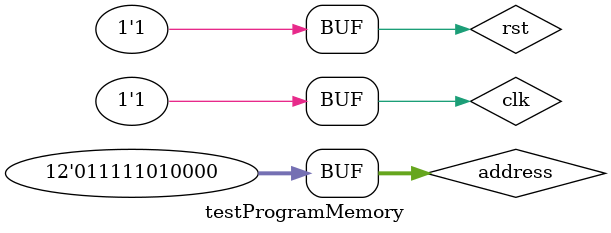
<source format=v>
`timescale 1ns / 1ps

module testProgramMemory;

	// Inputs
	reg clk;
	reg rst;
	reg [11:0] address;
	

	// Outputs
	wire [15:0] data;

	// Instantiate the Unit Under Test (UUT)
	ProgramMemory uut (
		.clk(clk),
		.rst(rst),
		.address(address), 
		.data(data)
	);

	initial begin
		// Initialize Inputs
		clk = 0;
		address = 0;
		
		rst = 0;
		// Wait 100 ns for global reset to finish
		#10;
		rst = 1;
		
		#50;
		address = 1;
		#50;
		address = 2000;
        
		// Add stimulus here

	end
	
	always
	begin
		#1; clk = 0;
		#1; clk = 1;
	end
      
endmodule


</source>
